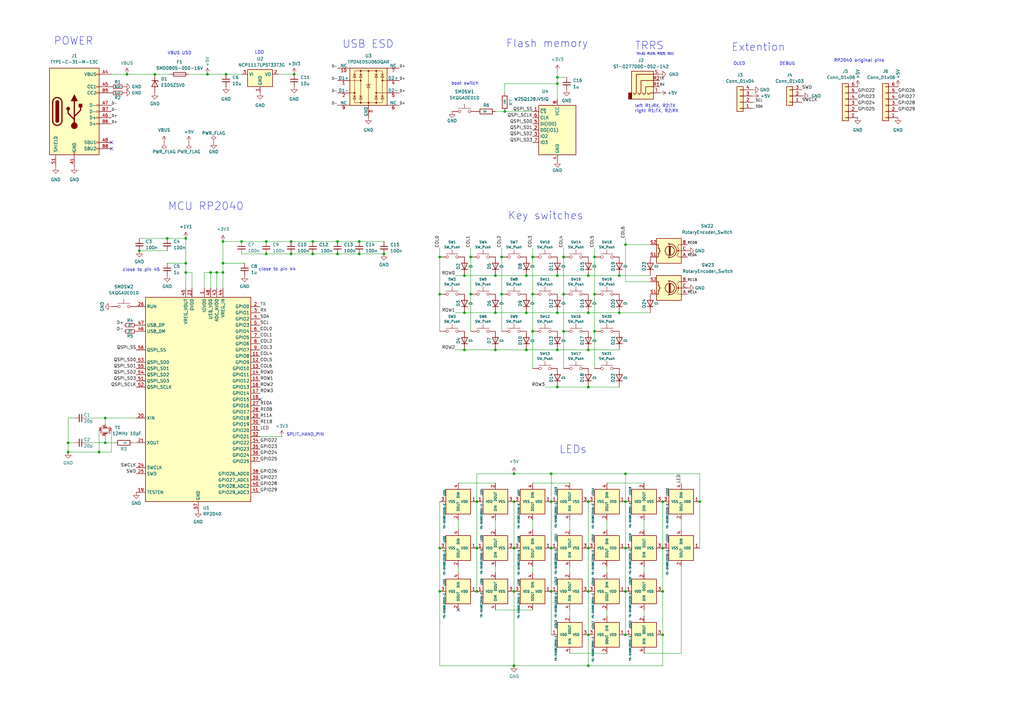
<source format=kicad_sch>
(kicad_sch (version 20230121) (generator eeschema)
  (paper "A3")
  (title_block (title "Corne") (date "2023-09-23") (rev "4.0.0") (company "foostan"))
  (junction (at 215.9 113.03))
  (junction (at 99.06 99.06))
  (junction (at 120.65 30.48))
  (junction (at 256.54 205.74))
  (junction (at 210.82 224.79))
  (junction (at 241.3 205.74))
  (junction (at 228.6 143.51))
  (junction (at 88.9 111.76))
  (junction (at 68.58 97.79))
  (junction (at 226.06 194.31))
  (junction (at 40.64 185.42))
  (junction (at 180.34 120.65))
  (junction (at 147.32 104.14))
  (junction (at 256.54 260.35))
  (junction (at 271.78 224.79))
  (junction (at 195.58 224.79))
  (junction (at 231.14 120.65))
  (junction (at 27.94 185.42))
  (junction (at 43.18 171.45))
  (junction (at 43.18 181.61))
  (junction (at 128.27 99.06))
  (junction (at 210.82 242.57))
  (junction (at 241.3 128.27))
  (junction (at 241.3 113.03))
  (junction (at 241.3 224.79))
  (junction (at 91.44 111.76))
  (junction (at 271.78 242.57))
  (junction (at 243.84 120.65))
  (junction (at 241.3 260.35))
  (junction (at 241.3 242.57))
  (junction (at 193.04 105.41))
  (junction (at 91.44 107.95))
  (junction (at 228.6 31.75))
  (junction (at 218.44 135.89))
  (junction (at 109.22 104.14))
  (junction (at 27.94 181.61))
  (junction (at 215.9 143.51))
  (junction (at 243.84 105.41))
  (junction (at 241.3 143.51))
  (junction (at 205.74 105.41))
  (junction (at 138.43 99.06))
  (junction (at 243.84 135.89))
  (junction (at 193.04 120.65))
  (junction (at 228.6 113.03))
  (junction (at 128.27 104.14))
  (junction (at 207.01 45.72))
  (junction (at 86.36 111.76))
  (junction (at 241.3 273.05))
  (junction (at 190.5 143.51))
  (junction (at 271.78 205.74))
  (junction (at 228.6 158.75))
  (junction (at 138.43 104.14))
  (junction (at 254 128.27))
  (junction (at 228.6 128.27))
  (junction (at 91.44 99.06))
  (junction (at 228.6 34.29))
  (junction (at 85.09 30.48))
  (junction (at 256.54 100.33))
  (junction (at 205.74 120.65))
  (junction (at 218.44 105.41))
  (junction (at 180.34 105.41))
  (junction (at 190.5 128.27))
  (junction (at 256.54 242.57))
  (junction (at 76.2 111.76))
  (junction (at 190.5 113.03))
  (junction (at 109.22 99.06))
  (junction (at 256.54 224.79))
  (junction (at 210.82 194.31))
  (junction (at 226.06 224.79))
  (junction (at 231.14 135.89))
  (junction (at 226.06 205.74))
  (junction (at 195.58 242.57))
  (junction (at 119.38 99.06))
  (junction (at 76.2 97.79))
  (junction (at 241.3 158.75))
  (junction (at 203.2 128.27))
  (junction (at 147.32 99.06))
  (junction (at 157.48 104.14))
  (junction (at 180.34 242.57))
  (junction (at 287.02 205.74))
  (junction (at 52.07 30.48))
  (junction (at 231.14 105.41))
  (junction (at 210.82 205.74))
  (junction (at 254 113.03))
  (junction (at 195.58 205.74))
  (junction (at 215.9 128.27))
  (junction (at 218.44 120.65))
  (junction (at 256.54 194.31))
  (junction (at 119.38 104.14))
  (junction (at 92.71 30.48))
  (junction (at 226.06 242.57))
  (junction (at 180.34 224.79))
  (junction (at 271.78 260.35))
  (junction (at 57.15 102.87))
  (junction (at 76.2 107.95))
  (junction (at 203.2 143.51))
  (junction (at 203.2 113.03))
  (junction (at 63.5 30.48))
  (junction (at 210.82 273.05))
  (no_connect (at 106.68 163.83))
  (no_connect (at 45.72 60.96))
  (no_connect (at 45.72 58.42))
  (no_connect (at 187.96 250.19))
  (wire (pts (xy 210.82 194.31) (xy 226.06 194.31)))
  (wire (pts (xy 233.68 234.95) (xy 233.68 232.41)))
  (wire (pts (xy 190.5 113.03) (xy 203.2 113.03)))
  (wire (pts (xy 241.3 128.27) (xy 254 128.27)))
  (wire (pts (xy 210.82 194.31) (xy 195.58 194.31)))
  (wire (pts (xy 76.2 118.11) (xy 76.2 111.76)))
  (wire (pts (xy 226.06 205.74) (xy 226.06 224.79)))
  (wire (pts (xy 119.38 99.06) (xy 128.27 99.06)))
  (wire (pts (xy 207.01 34.29) (xy 207.01 38.1)))
  (wire (pts (xy 203.2 250.19) (xy 218.44 250.19)))
  (wire (pts (xy 287.02 194.31) (xy 287.02 205.74)))
  (wire (pts (xy 193.04 120.65) (xy 193.04 135.89)))
  (wire (pts (xy 193.04 105.41) (xy 193.04 120.65)))
  (wire (pts (xy 248.92 198.12) (xy 264.16 198.12)))
  (wire (pts (xy 231.14 105.41) (xy 231.14 120.65)))
  (wire (pts (xy 63.5 30.48) (xy 69.85 30.48)))
  (wire (pts (xy 218.44 217.17) (xy 218.44 213.36)))
  (wire (pts (xy 99.06 99.06) (xy 109.22 99.06)))
  (wire (pts (xy 43.18 171.45) (xy 55.88 171.45)))
  (wire (pts (xy 241.3 158.75) (xy 254 158.75)))
  (wire (pts (xy 43.18 181.61) (xy 43.18 179.07)))
  (wire (pts (xy 119.38 104.14) (xy 128.27 104.14)))
  (wire (pts (xy 40.64 176.53) (xy 40.64 185.42)))
  (wire (pts (xy 241.3 242.57) (xy 241.3 260.35)))
  (wire (pts (xy 77.47 30.48) (xy 85.09 30.48)))
  (wire (pts (xy 45.72 185.42) (xy 40.64 185.42)))
  (wire (pts (xy 203.2 45.72) (xy 207.01 45.72)))
  (wire (pts (xy 45.72 176.53) (xy 45.72 185.42)))
  (wire (pts (xy 203.2 217.17) (xy 203.2 213.36)))
  (wire (pts (xy 203.2 143.51) (xy 215.9 143.51)))
  (wire (pts (xy 190.5 143.51) (xy 203.2 143.51)))
  (wire (pts (xy 248.92 232.41) (xy 248.92 234.95)))
  (wire (pts (xy 271.78 273.05) (xy 241.3 273.05)))
  (wire (pts (xy 86.36 111.76) (xy 86.36 118.11)))
  (wire (pts (xy 279.4 267.97) (xy 279.4 232.41)))
  (wire (pts (xy 210.82 224.79) (xy 210.82 242.57)))
  (wire (pts (xy 91.44 118.11) (xy 91.44 111.76)))
  (wire (pts (xy 256.54 194.31) (xy 256.54 205.74)))
  (wire (pts (xy 241.3 224.79) (xy 241.3 242.57)))
  (wire (pts (xy 228.6 31.75) (xy 228.6 34.29)))
  (wire (pts (xy 226.06 224.79) (xy 226.06 242.57)))
  (wire (pts (xy 91.44 99.06) (xy 91.44 107.95)))
  (wire (pts (xy 106.68 179.07) (xy 115.57 179.07)))
  (wire (pts (xy 186.69 113.03) (xy 190.5 113.03)))
  (wire (pts (xy 241.3 143.51) (xy 254 143.51)))
  (wire (pts (xy 203.2 128.27) (xy 215.9 128.27)))
  (wire (pts (xy 233.68 198.12) (xy 218.44 198.12)))
  (wire (pts (xy 30.48 171.45) (xy 27.94 171.45)))
  (wire (pts (xy 91.44 99.06) (xy 99.06 99.06)))
  (wire (pts (xy 287.02 205.74) (xy 287.02 224.79)))
  (wire (pts (xy 241.3 205.74) (xy 241.3 224.79)))
  (wire (pts (xy 54.61 181.61) (xy 55.88 181.61)))
  (wire (pts (xy 180.34 224.79) (xy 180.34 242.57)))
  (wire (pts (xy 256.54 194.31) (xy 287.02 194.31)))
  (wire (pts (xy 271.78 205.74) (xy 271.78 224.79)))
  (wire (pts (xy 233.68 217.17) (xy 233.68 213.36)))
  (wire (pts (xy 27.94 171.45) (xy 27.94 181.61)))
  (wire (pts (xy 180.34 101.6) (xy 180.34 105.41)))
  (wire (pts (xy 218.44 101.6) (xy 218.44 105.41)))
  (wire (pts (xy 88.9 111.76) (xy 88.9 118.11)))
  (wire (pts (xy 223.52 158.75) (xy 228.6 158.75)))
  (wire (pts (xy 68.58 97.79) (xy 76.2 97.79)))
  (wire (pts (xy 226.06 194.31) (xy 226.06 205.74)))
  (wire (pts (xy 68.58 107.95) (xy 76.2 107.95)))
  (wire (pts (xy 203.2 113.03) (xy 215.9 113.03)))
  (wire (pts (xy 228.6 113.03) (xy 241.3 113.03)))
  (wire (pts (xy 254 128.27) (xy 266.7 128.27)))
  (wire (pts (xy 92.71 30.48) (xy 99.06 30.48)))
  (wire (pts (xy 231.14 120.65) (xy 231.14 135.89)))
  (wire (pts (xy 254 113.03) (xy 266.7 113.03)))
  (wire (pts (xy 180.34 242.57) (xy 180.34 273.05)))
  (wire (pts (xy 114.3 30.48) (xy 120.65 30.48)))
  (wire (pts (xy 180.34 273.05) (xy 210.82 273.05)))
  (wire (pts (xy 180.34 205.74) (xy 180.34 224.79)))
  (wire (pts (xy 264.16 267.97) (xy 279.4 267.97)))
  (wire (pts (xy 45.72 30.48) (xy 52.07 30.48)))
  (wire (pts (xy 180.34 105.41) (xy 180.34 120.65)))
  (wire (pts (xy 264.16 250.19) (xy 264.16 252.73)))
  (wire (pts (xy 218.44 120.65) (xy 218.44 135.89)))
  (wire (pts (xy 205.74 105.41) (xy 205.74 120.65)))
  (wire (pts (xy 241.3 260.35) (xy 241.3 273.05)))
  (wire (pts (xy 228.6 29.21) (xy 228.6 31.75)))
  (wire (pts (xy 231.14 135.89) (xy 231.14 151.13)))
  (wire (pts (xy 207.01 45.72) (xy 218.44 45.72)))
  (wire (pts (xy 256.54 100.33) (xy 256.54 115.57)))
  (wire (pts (xy 226.06 242.57) (xy 226.06 260.35)))
  (wire (pts (xy 85.09 30.48) (xy 92.71 30.48)))
  (wire (pts (xy 256.54 242.57) (xy 256.54 260.35)))
  (wire (pts (xy 228.6 158.75) (xy 241.3 158.75)))
  (wire (pts (xy 256.54 205.74) (xy 256.54 224.79)))
  (wire (pts (xy 226.06 194.31) (xy 256.54 194.31)))
  (wire (pts (xy 109.22 99.06) (xy 119.38 99.06)))
  (wire (pts (xy 128.27 99.06) (xy 138.43 99.06)))
  (wire (pts (xy 218.44 105.41) (xy 218.44 120.65)))
  (wire (pts (xy 241.3 113.03) (xy 254 113.03)))
  (wire (pts (xy 248.92 250.19) (xy 248.92 252.73)))
  (wire (pts (xy 256.54 100.33) (xy 266.7 100.33)))
  (wire (pts (xy 248.92 213.36) (xy 248.92 217.17)))
  (wire (pts (xy 228.6 34.29) (xy 228.6 40.64)))
  (wire (pts (xy 190.5 128.27) (xy 203.2 128.27)))
  (wire (pts (xy 91.44 107.95) (xy 100.33 107.95)))
  (wire (pts (xy 195.58 194.31) (xy 195.58 205.74)))
  (wire (pts (xy 243.84 120.65) (xy 243.84 135.89)))
  (wire (pts (xy 76.2 107.95) (xy 76.2 111.76)))
  (wire (pts (xy 233.68 250.19) (xy 233.68 252.73)))
  (wire (pts (xy 256.54 97.79) (xy 256.54 100.33)))
  (wire (pts (xy 86.36 111.76) (xy 88.9 111.76)))
  (wire (pts (xy 243.84 135.89) (xy 243.84 151.13)))
  (wire (pts (xy 187.96 232.41) (xy 187.96 234.95)))
  (wire (pts (xy 83.82 111.76) (xy 86.36 111.76)))
  (wire (pts (xy 147.32 99.06) (xy 157.48 99.06)))
  (wire (pts (xy 52.07 30.48) (xy 63.5 30.48)))
  (wire (pts (xy 210.82 242.57) (xy 210.82 273.05)))
  (wire (pts (xy 271.78 260.35) (xy 271.78 273.05)))
  (wire (pts (xy 27.94 181.61) (xy 30.48 181.61)))
  (wire (pts (xy 128.27 104.14) (xy 138.43 104.14)))
  (wire (pts (xy 193.04 101.6) (xy 193.04 105.41)))
  (wire (pts (xy 205.74 120.65) (xy 205.74 135.89)))
  (wire (pts (xy 256.54 224.79) (xy 256.54 242.57)))
  (wire (pts (xy 228.6 31.75) (xy 232.41 31.75)))
  (wire (pts (xy 248.92 267.97) (xy 233.68 267.97)))
  (wire (pts (xy 27.94 181.61) (xy 27.94 185.42)))
  (wire (pts (xy 210.82 273.05) (xy 241.3 273.05)))
  (wire (pts (xy 138.43 104.14) (xy 147.32 104.14)))
  (wire (pts (xy 210.82 205.74) (xy 210.82 224.79)))
  (wire (pts (xy 203.2 234.95) (xy 203.2 232.41)))
  (wire (pts (xy 109.22 104.14) (xy 119.38 104.14)))
  (wire (pts (xy 83.82 111.76) (xy 83.82 118.11)))
  (wire (pts (xy 205.74 101.6) (xy 205.74 105.41)))
  (wire (pts (xy 271.78 242.57) (xy 271.78 260.35)))
  (wire (pts (xy 215.9 113.03) (xy 228.6 113.03)))
  (wire (pts (xy 99.06 104.14) (xy 109.22 104.14)))
  (wire (pts (xy 271.78 224.79) (xy 271.78 242.57)))
  (wire (pts (xy 218.44 232.41) (xy 218.44 234.95)))
  (wire (pts (xy 91.44 107.95) (xy 91.44 111.76)))
  (wire (pts (xy 78.74 118.11) (xy 78.74 111.76)))
  (wire (pts (xy 279.4 213.36) (xy 279.4 217.17)))
  (wire (pts (xy 195.58 224.79) (xy 195.58 242.57)))
  (wire (pts (xy 187.96 213.36) (xy 187.96 217.17)))
  (wire (pts (xy 35.56 171.45) (xy 43.18 171.45)))
  (wire (pts (xy 147.32 104.14) (xy 157.48 104.14)))
  (wire (pts (xy 264.16 232.41) (xy 264.16 234.95)))
  (wire (pts (xy 231.14 101.6) (xy 231.14 105.41)))
  (wire (pts (xy 186.69 143.51) (xy 190.5 143.51)))
  (wire (pts (xy 180.34 120.65) (xy 180.34 135.89)))
  (wire (pts (xy 35.56 181.61) (xy 43.18 181.61)))
  (wire (pts (xy 309.88 44.45) (xy 308.61 44.45)))
  (wire (pts (xy 228.6 143.51) (xy 241.3 143.51)))
  (wire (pts (xy 138.43 99.06) (xy 147.32 99.06)))
  (wire (pts (xy 203.2 198.12) (xy 187.96 198.12)))
  (wire (pts (xy 218.44 135.89) (xy 218.44 151.13)))
  (wire (pts (xy 78.74 111.76) (xy 76.2 111.76)))
  (wire (pts (xy 215.9 143.51) (xy 228.6 143.51)))
  (wire (pts (xy 256.54 115.57) (xy 266.7 115.57)))
  (wire (pts (xy 76.2 97.79) (xy 76.2 107.95)))
  (wire (pts (xy 186.69 128.27) (xy 190.5 128.27)))
  (wire (pts (xy 91.44 111.76) (xy 88.9 111.76)))
  (wire (pts (xy 27.94 185.42) (xy 40.64 185.42)))
  (wire (pts (xy 43.18 181.61) (xy 46.99 181.61)))
  (wire (pts (xy 264.16 213.36) (xy 264.16 217.17)))
  (wire (pts (xy 43.18 173.99) (xy 43.18 171.45)))
  (wire (pts (xy 309.88 41.91) (xy 308.61 41.91)))
  (wire (pts (xy 228.6 34.29) (xy 207.01 34.29)))
  (wire (pts (xy 215.9 128.27) (xy 228.6 128.27)))
  (wire (pts (xy 195.58 205.74) (xy 195.58 224.79)))
  (wire (pts (xy 228.6 128.27) (xy 241.3 128.27)))
  (wire (pts (xy 57.15 97.79) (xy 68.58 97.79)))
  (wire (pts (xy 243.84 101.6) (xy 243.84 105.41)))
  (wire (pts (xy 57.15 102.87) (xy 68.58 102.87)))
  (wire (pts (xy 243.84 105.41) (xy 243.84 120.65)))
  (text "TRRS" (at 260.35 20.701 0) (effects (font (size 3.175 3.175)) (justify left bottom)))
  (text "left R1:RX, R2:TX\nright R1:TX, R2:RX" (at 260.35 46.355 0) (effects (font (size 1.27 1.27)) (justify left bottom)))
  (text "POWER\n" (at 21.971 18.796 0) (effects (font (size 3.175 3.175)) (justify left bottom)))
  (text "close to pin 44" (at 106.045 111.252 0) (effects (font (size 1.27 1.27)) (justify left bottom)))
  (text "T(4,5), R1(3), R2(2), S(1)\n" (at 260.985 22.606 0) (effects (font (size 0.762 0.762)) (justify left bottom)))
  (text "LDO" (at 104.521 22.352 0) (effects (font (size 1.27 1.27)) (justify left bottom)))
  (text "USB ESD" (at 140.335 20.066 0) (effects (font (size 3.175 3.175)) (justify left bottom)))
  (text "boot switch" (at 185.039 35.052 0) (effects (font (size 1.27 1.27)) (justify left bottom)))
  (text "DEBUG" (at 319.659 26.924 0) (effects (font (size 1.27 1.27)) (justify left bottom)))
  (text "Key switches" (at 208.28 90.424 0) (effects (font (size 3.175 3.175)) (justify left bottom)))
  (text "SPLIT_HAND_PIN" (at 117.475 179.07 0) (effects (font (size 1.27 1.27)) (justify left bottom)))
  (text "Flash memory" (at 207.518 19.812 0) (effects (font (size 3.175 3.175)) (justify left bottom)))
  (text "close to pin 45" (at 50.292 111.506 0) (effects (font (size 1.27 1.27)) (justify left bottom)))
  (text "Extention" (at 299.974 21.336 0) (effects (font (size 3.175 3.175)) (justify left bottom)))
  (text "LEDs" (at 229.362 186.309 0) (effects (font (size 3.175 3.175)) (justify left bottom)))
  (text "MCU RP2040" (at 68.834 86.614 0) (effects (font (size 3.175 3.175)) (justify left bottom)))
  (text "VBUS USD" (at 68.707 22.606 0) (effects (font (size 1.27 1.27)) (justify left bottom)))
  (text "OLED" (at 300.736 26.924 0) (effects (font (size 1.27 1.27)) (justify left bottom)))
  (text "RP2040 original pins" (at 342.011 25.654 0) (effects (font (size 1.27 1.27)) (justify left bottom)))
  (label "SCL" (at 309.88 41.91 0) (effects (font (size 1 1))))
  (label "SDA" (at 309.88 44.45 0) (effects (font (size 1 1))))
  (label "RE0A" (at 106.68 166.37 0))
  (label "COL4" (at 106.68 146.05 0))
  (label "ROW2" (at 186.69 143.51 180))
  (label "ROW0" (at 186.69 113.03 180))
  (label "COL3" (at 106.68 143.51 0))
  (label "ROW3" (at 223.52 158.75 180))
  (label "GPIO28" (at 368.3 43.18 0))
  (label "D-" (at 50.8 135.89 180))
  (label "GPIO23" (at 351.79 40.64 0))
  (label "RE0B" (at 106.68 168.91 0))
  (label "RE1B" (at 281.94 115.57 0) (effects (font (size 1 1))))
  (label "GPIO28" (at 106.68 199.39 0))
  (label "QSPI_SD1" (at 218.44 53.34 180))
  (label "QSPI_SS" (at 55.88 143.51 180))
  (label "QSPI_SD3" (at 55.88 156.21 180))
  (label "QSPI_SD0" (at 55.88 148.59 180))
  (label "COL3" (at 218.44 101.6 90))
  (label "LED" (at 106.68 176.53 0))
  (label "D-" (at 138.43 33.02 180) (effects (font (size 1 1))))
  (label "COL2" (at 106.68 140.97 0))
  (label "QSPI_SD1" (at 55.88 151.13 180))
  (label "ROW0" (at 106.68 153.67 0))
  (label "TX" (at 270.51 33.02 0) (effects (font (size 1 1))))
  (label "D+" (at 45.72 50.8 0) (effects (font (size 1 1))))
  (label "GPIO27" (at 368.3 40.64 0))
  (label "D-" (at 138.43 27.94 180) (effects (font (size 1 1))))
  (label "TX" (at 106.68 125.73 0))
  (label "D-" (at 138.43 38.1 180) (effects (font (size 1 1))))
  (label "D+" (at 163.83 27.94 0) (effects (font (size 1 1))))
  (label "SDA" (at 106.68 130.81 0))
  (label "GPIO29" (at 106.68 201.93 0))
  (label "SWCLK" (at 55.88 191.77 180))
  (label "GPIO22" (at 351.79 38.1 0))
  (label "D-" (at 45.72 43.18 0) (effects (font (size 1 1))))
  (label "RX" (at 106.68 128.27 0))
  (label "ROW2" (at 106.68 158.75 0))
  (label "COL5" (at 243.84 101.6 90))
  (label "QSPI_SD2" (at 218.44 55.88 180))
  (label "GPIO24" (at 106.68 186.69 0))
  (label "COL6" (at 256.54 97.79 90))
  (label "D-" (at 45.72 45.72 0) (effects (font (size 1 1))))
  (label "SWD" (at 55.88 194.31 180))
  (label "COL5" (at 106.68 148.59 0))
  (label "D+" (at 50.8 133.35 180))
  (label "QSPI_SD0" (at 218.44 50.8 180))
  (label "RE0A" (at 281.94 105.41 0) (effects (font (size 1 1))))
  (label "RE1A" (at 281.94 120.65 0) (effects (font (size 1 1))))
  (label "GPIO25" (at 106.68 189.23 0))
  (label "GPIO29" (at 368.3 45.72 0))
  (label "ROW1" (at 106.68 156.21 0))
  (label "D+" (at 45.72 48.26 0) (effects (font (size 1 1))))
  (label "GPIO26" (at 106.68 194.31 0))
  (label "GPIO27" (at 106.68 196.85 0))
  (label "COL4" (at 231.14 101.6 90))
  (label "RE1A" (at 106.68 171.45 0))
  (label "ROW3" (at 106.68 161.29 0))
  (label "COL2" (at 205.74 101.6 90))
  (label "COL0" (at 180.34 101.6 90))
  (label "GPIO22" (at 106.68 181.61 0))
  (label "RE1B" (at 106.68 173.99 0))
  (label "GPIO26" (at 368.3 38.1 0))
  (label "D+" (at 163.83 33.02 0) (effects (font (size 1 1))))
  (label "QSPI_SD3" (at 218.44 58.42 180))
  (label "SWD" (at 328.93 36.83 0))
  (label "QSPI_SCLK" (at 55.88 158.75 180))
  (label "GPIO23" (at 106.68 184.15 0))
  (label "COL1" (at 106.68 138.43 0))
  (label "RX" (at 270.51 35.56 0) (effects (font (size 1 1))))
  (label "SCL" (at 106.68 133.35 0))
  (label "D+" (at 163.83 38.1 0) (effects (font (size 1 1))))
  (label "COL6" (at 106.68 151.13 0))
  (label "ROW1" (at 186.69 128.27 180))
  (label "LED" (at 279.4 198.12 90))
  (label "QSPI_SS" (at 218.44 45.72 180))
  (label "SWCLK" (at 328.93 41.91 0))
  (label "D+" (at 163.83 43.18 0) (effects (font (size 1 1))))
  (label "QSPI_SD2" (at 55.88 153.67 180))
  (label "RE0B" (at 281.94 100.33 0) (effects (font (size 1 1))))
  (label "GPIO24" (at 351.79 43.18 0))
  (label "COL0" (at 106.68 135.89 0))
  (label "COL1" (at 193.04 101.6 90))
  (label "QSPI_SCLK" (at 218.44 48.26 180))
  (label "GPIO25" (at 351.79 45.72 0))
  (label "D-" (at 138.43 43.18 180) (effects (font (size 1 1))))
  (symbol (lib_id "Device:D") (at 203.2 109.22 90) (unit 1)
    (property "Reference" "D5" (at 200.66 109.22 0))
    (property "Value" "D" (at 205.74 109.22 0))
    (property "Footprint" "kbd:D3_SMD_v2" (effects hide))
    (property "Sim.Device" "D" (effects hide))
    (property "Sim.Pins" "1=K 2=A" (effects hide))
  )
  (symbol (lib_id "Device:D") (at 215.9 109.22 90) (unit 1)
    (property "Reference" "D8" (at 213.36 109.22 0))
    (property "Value" "D" (at 218.44 109.22 0))
    (property "Footprint" "kbd:D3_SMD_v2" (effects hide))
    (property "Sim.Device" "D" (effects hide))
    (property "Sim.Pins" "1=K 2=A" (effects hide))
  )
  (symbol (lib_id "Device:D") (at 228.6 109.22 90) (unit 1)
    (property "Reference" "D11" (at 226.06 109.22 0))
    (property "Value" "D" (at 231.14 109.22 0))
    (property "Footprint" "kbd:D3_SMD_v2" (effects hide))
    (property "Sim.Device" "D" (effects hide))
    (property "Sim.Pins" "1=K 2=A" (effects hide))
  )
  (symbol (lib_id "Device:D") (at 241.3 109.22 90) (unit 1)
    (property "Reference" "D15" (at 238.76 109.22 0))
    (property "Value" "D" (at 243.84 109.22 0))
    (property "Footprint" "kbd:D3_SMD_v2" (effects hide))
    (property "Sim.Device" "D" (effects hide))
    (property "Sim.Pins" "1=K 2=A" (effects hide))
  )
  (symbol (lib_id "Device:D") (at 254 109.22 90) (unit 1)
    (property "Reference" "D19" (at 251.46 109.22 0))
    (property "Value" "D" (at 256.54 109.22 0))
    (property "Footprint" "kbd:D3_SMD_v2" (effects hide))
    (property "Sim.Device" "D" (effects hide))
    (property "Sim.Pins" "1=K 2=A" (effects hide))
  )
  (symbol (lib_id "Device:D") (at 190.5 109.22 90) (unit 1)
    (property "Reference" "D2" (at 187.96 109.22 0))
    (property "Value" "D" (at 193.04 109.22 0))
    (property "Footprint" "kbd:D3_SMD_v2" (effects hide))
    (property "Sim.Device" "D" (effects hide))
    (property "Sim.Pins" "1=K 2=A" (effects hide))
  )
  (symbol (lib_id "Device:D") (at 203.2 124.46 90) (unit 1)
    (property "Reference" "D6" (at 200.66 124.46 0))
    (property "Value" "D" (at 205.74 124.46 0))
    (property "Footprint" "kbd:D3_SMD_v2" (effects hide))
    (property "Sim.Device" "D" (effects hide))
    (property "Sim.Pins" "1=K 2=A" (effects hide))
  )
  (symbol (lib_id "Device:D") (at 215.9 124.46 90) (unit 1)
    (property "Reference" "D9" (at 213.36 124.46 0))
    (property "Value" "D" (at 218.44 124.46 0))
    (property "Footprint" "kbd:D3_SMD_v2" (effects hide))
    (property "Sim.Device" "D" (effects hide))
    (property "Sim.Pins" "1=K 2=A" (effects hide))
  )
  (symbol (lib_id "Device:D") (at 228.6 124.46 90) (unit 1)
    (property "Reference" "D12" (at 226.06 124.46 0))
    (property "Value" "D" (at 231.14 124.46 0))
    (property "Footprint" "kbd:D3_SMD_v2" (effects hide))
    (property "Sim.Device" "D" (effects hide))
    (property "Sim.Pins" "1=K 2=A" (effects hide))
  )
  (symbol (lib_id "Device:D") (at 241.3 124.46 90) (unit 1)
    (property "Reference" "D16" (at 238.76 124.46 0))
    (property "Value" "D" (at 243.84 124.46 0))
    (property "Footprint" "kbd:D3_SMD_v2" (effects hide))
    (property "Sim.Device" "D" (effects hide))
    (property "Sim.Pins" "1=K 2=A" (effects hide))
  )
  (symbol (lib_id "Device:D") (at 254 124.46 90) (unit 1)
    (property "Reference" "D20" (at 251.46 124.46 0))
    (property "Value" "D" (at 256.54 124.46 0))
    (property "Footprint" "kbd:D3_SMD_v2" (effects hide))
    (property "Sim.Device" "D" (effects hide))
    (property "Sim.Pins" "1=K 2=A" (effects hide))
  )
  (symbol (lib_id "Device:D") (at 190.5 124.46 90) (unit 1)
    (property "Reference" "D3" (at 187.96 124.46 0))
    (property "Value" "D" (at 193.04 124.46 0))
    (property "Footprint" "kbd:D3_SMD_v2" (effects hide))
    (property "Sim.Device" "D" (effects hide))
    (property "Sim.Pins" "1=K 2=A" (effects hide))
  )
  (symbol (lib_id "Device:D") (at 203.2 139.7 90) (unit 1)
    (property "Reference" "D7" (at 200.66 139.7 0))
    (property "Value" "D" (at 205.74 139.7 0))
    (property "Footprint" "kbd:D3_SMD_v2" (effects hide))
    (property "Sim.Device" "D" (effects hide))
    (property "Sim.Pins" "1=K 2=A" (effects hide))
  )
  (symbol (lib_id "Device:D") (at 215.9 139.7 90) (unit 1)
    (property "Reference" "D10" (at 213.36 139.7 0))
    (property "Value" "D" (at 218.44 139.7 0))
    (property "Footprint" "kbd:D3_SMD_v2" (effects hide))
    (property "Sim.Device" "D" (effects hide))
    (property "Sim.Pins" "1=K 2=A" (effects hide))
  )
  (symbol (lib_id "Device:D") (at 228.6 139.7 90) (unit 1)
    (property "Reference" "D13" (at 226.06 139.7 0))
    (property "Value" "D" (at 231.14 139.7 0))
    (property "Footprint" "kbd:D3_SMD_v2" (effects hide))
    (property "Sim.Device" "D" (effects hide))
    (property "Sim.Pins" "1=K 2=A" (effects hide))
  )
  (symbol (lib_id "Device:D") (at 241.3 139.7 90) (unit 1)
    (property "Reference" "D17" (at 238.76 139.7 0))
    (property "Value" "D" (at 243.84 139.7 0))
    (property "Footprint" "kbd:D3_SMD_v2" (effects hide))
    (property "Sim.Device" "D" (effects hide))
    (property "Sim.Pins" "1=K 2=A" (effects hide))
  )
  (symbol (lib_id "Device:D") (at 254 139.7 90) (unit 1)
    (property "Reference" "D21" (at 251.46 139.7 0))
    (property "Value" "D" (at 256.54 139.7 0))
    (property "Footprint" "kbd:D3_SMD_v2" (effects hide))
    (property "Sim.Device" "D" (effects hide))
    (property "Sim.Pins" "1=K 2=A" (effects hide))
  )
  (symbol (lib_id "Device:D") (at 190.5 139.7 90) (unit 1)
    (property "Reference" "D4" (at 187.96 139.7 0))
    (property "Value" "D" (at 193.04 139.7 0))
    (property "Footprint" "kbd:D3_SMD_v2" (effects hide))
    (property "Sim.Device" "D" (effects hide))
    (property "Sim.Pins" "1=K 2=A" (effects hide))
  )
  (symbol (lib_id "Device:D") (at 241.3 154.94 90) (unit 1)
    (property "Reference" "D18" (at 238.76 154.94 0))
    (property "Value" "D" (at 243.84 154.94 0))
    (property "Footprint" "kbd:D3_SMD_v2" (effects hide))
    (property "Sim.Device" "D" (effects hide))
    (property "Sim.Pins" "1=K 2=A" (effects hide))
  )
  (symbol (lib_id "Device:D") (at 254 154.94 90) (unit 1)
    (property "Reference" "D22" (at 251.46 154.94 0))
    (property "Value" "D" (at 256.54 154.94 0))
    (property "Footprint" "kbd:D3_SMD_v2" (effects hide))
    (property "Sim.Device" "D" (effects hide))
    (property "Sim.Pins" "1=K 2=A" (effects hide))
  )
  (symbol (lib_id "Device:D") (at 228.6 154.94 90) (unit 1)
    (property "Reference" "D14" (at 226.06 154.94 0))
    (property "Value" "D" (at 231.14 154.94 0))
    (property "Footprint" "kbd:D3_SMD_v2" (effects hide))
    (property "Sim.Device" "D" (effects hide))
    (property "Sim.Pins" "1=K 2=A" (effects hide))
  )
  (symbol (lib_id "power:GND") (at 87.63 58.42 0) (unit 1)
    (property "Reference" "#PWR017" (effects hide))
    (property "Value" "GND" (at 87.63 62.23 0))
  )
  (symbol (lib_id "power:PWR_FLAG") (at 87.63 58.42 0) (unit 1)
    (property "Reference" "#FLG03" (effects hide))
    (property "Value" "PWR_FLAG" (at 87.63 54.61 0))
  )
  (symbol (lib_id "power:GND") (at 45.72 125.73 270) (unit 1)
    (property "Reference" "#PWR04" (effects hide))
    (property "Value" "GND" (at 41.91 125.73 0))
  )
  (symbol (lib_id "Connector_Generic:Conn_01x04") (at 303.53 41.91 180) (unit 1)
    (property "Reference" "J3" (at 303.53 30.734 0))
    (property "Value" "Conn_01x04" (at 303.53 33.274 0))
    (property "Footprint" "kbd:OLED_1side" (effects hide))
  )
  (symbol (lib_id "power:GND") (at 308.61 36.83 90) (unit 1)
    (property "Reference" "#PWR037" (effects hide))
    (property "Value" "GND" (at 313.69 36.83 90))
  )
  (symbol (lib_id "kbd_local:YS-SK6812MINI-E") (at 187.96 205.74 270) (unit 1)
    (property "Reference" "LED1" (at 182.245 200.66 0) (effects (font (size 0.7366 0.7366)) (justify left)))
    (property "Value" "YS-SK6812MINI-E" (at 182.245 206.375 0) (effects (font (size 0.7366 0.7366)) (justify left)))
    (property "Footprint" "kbd:YS-SK6812MINI-E" (effects hide))
  )
  (symbol (lib_id "kbd_local:YS-SK6812MINI-E") (at 203.2 205.74 90) (unit 1)
    (property "Reference" "LED4" (at 197.485 203.2 0) (effects (font (size 0.7366 0.7366)) (justify left)))
    (property "Value" "YS-SK6812MINI-E" (at 197.485 217.17 0) (effects (font (size 0.7366 0.7366)) (justify left)))
    (property "Footprint" "kbd:YS-SK6812MINI-E" (effects hide))
  )
  (symbol (lib_id "kbd_local:YS-SK6812MINI-E") (at 218.44 205.74 270) (unit 1)
    (property "Reference" "LED7" (at 212.725 200.66 0) (effects (font (size 0.7366 0.7366)) (justify left)))
    (property "Value" "YS-SK6812MINI-E" (at 212.725 206.375 0) (effects (font (size 0.7366 0.7366)) (justify left)))
    (property "Footprint" "kbd:YS-SK6812MINI-E" (effects hide))
  )
  (symbol (lib_id "kbd_local:YS-SK6812MINI-E") (at 233.68 205.74 90) (unit 1)
    (property "Reference" "LED10" (at 227.965 203.2 0) (effects (font (size 0.7366 0.7366)) (justify left)))
    (property "Value" "YS-SK6812MINI-E" (at 227.965 216.535 0) (effects (font (size 0.7366 0.7366)) (justify left)))
    (property "Footprint" "kbd:YS-SK6812MINI-E" (effects hide))
  )
  (symbol (lib_id "kbd_local:YS-SK6812MINI-E") (at 248.92 205.74 270) (unit 1)
    (property "Reference" "LED14" (at 243.205 200.025 0) (effects (font (size 0.7366 0.7366)) (justify left)))
    (property "Value" "YS-SK6812MINI-E" (at 243.205 206.375 0) (effects (font (size 0.7366 0.7366)) (justify left)))
    (property "Footprint" "kbd:YS-SK6812MINI-E" (effects hide))
  )
  (symbol (lib_id "kbd_local:YS-SK6812MINI-E") (at 264.16 205.74 90) (unit 1)
    (property "Reference" "LED18" (at 258.445 203.2 0) (effects (font (size 0.7366 0.7366)) (justify left)))
    (property "Value" "YS-SK6812MINI-E" (at 258.445 216.535 0) (effects (font (size 0.7366 0.7366)) (justify left)))
    (property "Footprint" "kbd:YS-SK6812MINI-E" (effects hide))
  )
  (symbol (lib_id "kbd_local:YS-SK6812MINI-E") (at 187.96 224.79 270) (unit 1)
    (property "Reference" "LED2" (at 182.245 219.71 0) (effects (font (size 0.7366 0.7366)) (justify left)))
    (property "Value" "YS-SK6812MINI-E" (at 182.245 225.425 0) (effects (font (size 0.7366 0.7366)) (justify left)))
    (property "Footprint" "kbd:YS-SK6812MINI-E" (effects hide))
  )
  (symbol (lib_id "kbd_local:YS-SK6812MINI-E") (at 203.2 224.79 90) (unit 1)
    (property "Reference" "LED5" (at 197.485 222.25 0) (effects (font (size 0.7366 0.7366)) (justify left)))
    (property "Value" "YS-SK6812MINI-E" (at 197.485 235.585 0) (effects (font (size 0.7366 0.7366)) (justify left)))
    (property "Footprint" "kbd:YS-SK6812MINI-E" (effects hide))
  )
  (symbol (lib_id "kbd_local:YS-SK6812MINI-E") (at 218.44 224.79 270) (unit 1)
    (property "Reference" "LED8" (at 212.725 219.71 0) (effects (font (size 0.7366 0.7366)) (justify left)))
    (property "Value" "YS-SK6812MINI-E" (at 212.725 225.425 0) (effects (font (size 0.7366 0.7366)) (justify left)))
    (property "Footprint" "kbd:YS-SK6812MINI-E" (effects hide))
  )
  (symbol (lib_id "kbd_local:YS-SK6812MINI-E") (at 233.68 224.79 90) (unit 1)
    (property "Reference" "LED11" (at 227.965 222.25 0) (effects (font (size 0.7366 0.7366)) (justify left)))
    (property "Value" "YS-SK6812MINI-E" (at 227.965 235.585 0) (effects (font (size 0.7366 0.7366)) (justify left)))
    (property "Footprint" "kbd:YS-SK6812MINI-E" (effects hide))
  )
  (symbol (lib_id "kbd_local:YS-SK6812MINI-E") (at 248.92 224.79 270) (unit 1)
    (property "Reference" "LED15" (at 243.205 219.075 0) (effects (font (size 0.7366 0.7366)) (justify left)))
    (property "Value" "YS-SK6812MINI-E" (at 243.205 225.425 0) (effects (font (size 0.7366 0.7366)) (justify left)))
    (property "Footprint" "kbd:YS-SK6812MINI-E" (effects hide))
  )
  (symbol (lib_id "kbd_local:YS-SK6812MINI-E") (at 264.16 224.79 90) (unit 1)
    (property "Reference" "LED19" (at 258.445 222.25 0) (effects (font (size 0.7366 0.7366)) (justify left)))
    (property "Value" "YS-SK6812MINI-E" (at 258.445 235.585 0) (effects (font (size 0.7366 0.7366)) (justify left)))
    (property "Footprint" "kbd:YS-SK6812MINI-E" (effects hide))
  )
  (symbol (lib_id "kbd_local:YS-SK6812MINI-E") (at 187.96 242.57 270) (unit 1)
    (property "Reference" "LED3" (at 182.245 237.49 0) (effects (font (size 0.7366 0.7366)) (justify left)))
    (property "Value" "YS-SK6812MINI-E" (at 182.245 243.205 0) (effects (font (size 0.7366 0.7366)) (justify left)))
    (property "Footprint" "kbd:YS-SK6812MINI-E" (effects hide))
  )
  (symbol (lib_id "kbd_local:YS-SK6812MINI-E") (at 203.2 242.57 90) (unit 1)
    (property "Reference" "LED6" (at 197.485 240.03 0) (effects (font (size 0.7366 0.7366)) (justify left)))
    (property "Value" "YS-SK6812MINI-E" (at 197.485 253.365 0) (effects (font (size 0.7366 0.7366)) (justify left)))
    (property "Footprint" "kbd:YS-SK6812MINI-E" (effects hide))
  )
  (symbol (lib_id "kbd_local:YS-SK6812MINI-E") (at 218.44 242.57 270) (unit 1)
    (property "Reference" "LED9" (at 212.725 237.49 0) (effects (font (size 0.7366 0.7366)) (justify left)))
    (property "Value" "YS-SK6812MINI-E" (at 212.725 243.205 0) (effects (font (size 0.7366 0.7366)) (justify left)))
    (property "Footprint" "kbd:YS-SK6812MINI-E" (effects hide))
  )
  (symbol (lib_id "kbd_local:YS-SK6812MINI-E") (at 233.68 242.57 90) (unit 1)
    (property "Reference" "LED12" (at 227.965 240.03 0) (effects (font (size 0.7366 0.7366)) (justify left)))
    (property "Value" "YS-SK6812MINI-E" (at 227.965 253.365 0) (effects (font (size 0.7366 0.7366)) (justify left)))
    (property "Footprint" "kbd:YS-SK6812MINI-E" (effects hide))
  )
  (symbol (lib_id "kbd_local:YS-SK6812MINI-E") (at 248.92 242.57 270) (unit 1)
    (property "Reference" "LED16" (at 243.205 236.855 0) (effects (font (size 0.7366 0.7366)) (justify left)))
    (property "Value" "YS-SK6812MINI-E" (at 243.205 243.205 0) (effects (font (size 0.7366 0.7366)) (justify left)))
    (property "Footprint" "kbd:YS-SK6812MINI-E" (effects hide))
  )
  (symbol (lib_id "kbd_local:YS-SK6812MINI-E") (at 264.16 242.57 90) (unit 1)
    (property "Reference" "LED20" (at 258.445 240.03 0) (effects (font (size 0.7366 0.7366)) (justify left)))
    (property "Value" "YS-SK6812MINI-E" (at 258.445 253.365 0) (effects (font (size 0.7366 0.7366)) (justify left)))
    (property "Footprint" "kbd:YS-SK6812MINI-E" (effects hide))
  )
  (symbol (lib_id "kbd_local:YS-SK6812MINI-E") (at 233.68 260.35 90) (unit 1)
    (property "Reference" "LED13" (at 227.965 257.81 0) (effects (font (size 0.7366 0.7366)) (justify left)))
    (property "Value" "YS-SK6812MINI-E" (at 227.965 271.145 0) (effects (font (size 0.7366 0.7366)) (justify left)))
    (property "Footprint" "kbd:YS-SK6812MINI-E" (effects hide))
  )
  (symbol (lib_id "kbd_local:YS-SK6812MINI-E") (at 248.92 260.35 270) (unit 1)
    (property "Reference" "LED17" (at 243.205 254.635 0) (effects (font (size 0.7366 0.7366)) (justify left)))
    (property "Value" "YS-SK6812MINI-E" (at 243.205 260.985 0) (effects (font (size 0.7366 0.7366)) (justify left)))
    (property "Footprint" "kbd:YS-SK6812MINI-E" (effects hide))
  )
  (symbol (lib_id "kbd_local:YS-SK6812MINI-E") (at 264.16 260.35 90) (unit 1)
    (property "Reference" "LED21" (at 258.445 257.81 0) (effects (font (size 0.7366 0.7366)) (justify left)))
    (property "Value" "YS-SK6812MINI-E" (at 258.445 271.145 0) (effects (font (size 0.7366 0.7366)) (justify left)))
    (property "Footprint" "kbd:YS-SK6812MINI-E" (effects hide))
  )
  (symbol (lib_id "power:GND") (at 210.82 273.05 0) (unit 1)
    (property "Reference" "#PWR029" (effects hide))
    (property "Value" "GND" (at 210.947 277.4442 0))
  )
  (symbol (lib_id "Device:Crystal_GND24_Small") (at 43.18 176.53 270) (unit 1)
    (property "Reference" "Y1" (at 48.26 175.26 90))
    (property "Value" "12MHz 10pF" (at 52.07 177.8 90))
    (property "Footprint" "Crystal:Crystal_SMD_2520-4Pin_2.5x2.0mm" (effects hide))
    (property "Description" "12MHz 10pF ±10ppm SMD2520-4P Crystals ROHS" (effects hide))
    (property "MFR.Part #" "Q24FA20H0068700" (effects hide))
    (property "JLCPCB Part #" "C90603" (effects hide))
  )
  (symbol (lib_id "Device:R_Small") (at 53.34 135.89 270) (unit 1)
    (property "Reference" "R5" (at 53.34 137.795 90))
    (property "Value" "27" (at 53.34 135.89 90) (effects (font (size 0.762 0.762))))
  )
  (symbol (lib_id "Device:C_Small") (at 68.58 100.33 0) (unit 1)
    (property "Reference" "C4" (at 71.12 99.06 0) (effects (justify left)))
    (property "Value" "100n" (at 71.12 101.6 0) (effects (justify left)))
  )
  (symbol (lib_id "Device:C_Small") (at 128.27 101.6 0) (unit 1)
    (property "Reference" "C12" (at 130.81 100.33 0) (effects (justify left)))
    (property "Value" "100n" (at 131.445 102.87 0) (effects (justify left)))
  )
  (symbol (lib_id "Device:RotaryEncoder_Switch") (at 274.32 102.87 180) (unit 1)
    (property "Reference" "SW22" (at 290.068 92.71 0))
    (property "Value" "RotaryEncoder_Switch" (at 290.068 95.25 0))
  )
  (symbol (lib_id "Device:C_Small") (at 120.65 33.02 0) (unit 1)
    (property "Reference" "C11" (at 123.19 31.75 0) (effects (justify left)))
    (property "Value" "10u" (at 123.19 34.29 0) (effects (justify left)))
  )
  (symbol (lib_id "Power_Protection:TPD4EUSB30") (at 151.13 35.56 0) (unit 1)
    (property "Reference" "U3" (at 151.13 22.86 0))
    (property "Value" "TPD4E05U06DQAR" (at 151.13 25.4 0))
    (property "Footprint" "Package_SON:USON-10_2.5x1.0mm_P0.5mm" (effects hide))
    (property "Datasheet" "http://www.ti.com/lit/ds/symlink/tpd2eusb30a.pdf" (effects hide))
    (property "JLCPCB Part #" "C138714" (effects hide))
  )
  (symbol (lib_id "Device:C_Small") (at 232.41 34.29 0) (unit 1)
    (property "Reference" "C16" (at 234.95 33.02 0) (effects (justify left)))
    (property "Value" "1u" (at 234.95 35.56 0) (effects (justify left)))
  )
  (symbol (lib_id "power:+3V3") (at 120.65 30.48 0) (unit 1)
    (property "Reference" "#PWR023" (effects hide))
    (property "Value" "+3V3" (at 120.65 26.162 0))
  )
  (symbol (lib_id "Switch:SW_Push") (at 210.82 105.41 0) (unit 1)
    (property "Reference" "SW7" (at 210.82 99.314 0) (effects (font (size 1 1))))
    (property "Value" "SW_Push" (at 210.82 101.346 0) (effects (font (size 1 1))))
    (property "Footprint" "kbd:keyswitch_cherrymx_hotswap_1u" (effects hide))
  )
  (symbol (lib_id "Device:C_Small") (at 100.33 110.49 0) (unit 1)
    (property "Reference" "C8" (at 102.87 109.22 0) (effects (justify left)))
    (property "Value" "1u" (at 102.87 111.76 0) (effects (justify left)))
  )
  (symbol (lib_id "Switch:SW_Push") (at 198.12 105.41 0) (unit 1)
    (property "Reference" "SW4" (at 198.12 99.314 0) (effects (font (size 1 1))))
    (property "Value" "SW_Push" (at 198.12 101.346 0) (effects (font (size 1 1))))
    (property "Footprint" "kbd:keyswitch_cherrymx_hotswap_1u" (effects hide))
  )
  (symbol (lib_id "Connector_Generic:Conn_01x06") (at 363.22 43.18 180) (unit 1)
    (property "Reference" "J6" (at 363.22 29.21 0))
    (property "Value" "Conn_01x06" (at 361.442 31.75 0))
  )
  (symbol (lib_id "power:GND") (at 81.28 209.55 0) (unit 1)
    (property "Reference" "#PWR015" (effects hide))
    (property "Value" "GND" (at 81.28 213.995 0))
  )
  (symbol (lib_id "Switch:SW_Push") (at 248.92 151.13 0) (unit 1)
    (property "Reference" "SW21" (at 248.92 145.034 0) (effects (font (size 1 1))))
    (property "Value" "SW_Push" (at 248.92 147.066 0) (effects (font (size 1 1))))
    (property "Footprint" "kbd:keyswitch_cherrymx_hotswap_1u" (effects hide))
  )
  (symbol (lib_id "power:+5V") (at 368.3 35.56 0) (unit 1)
    (property "Reference" "#PWR042" (effects hide))
    (property "Value" "+5V" (at 368.3 32.385 90) (effects (justify left)))
  )
  (symbol (lib_id "power:GND") (at 106.68 38.1 0) (unit 1)
    (property "Reference" "#PWR021" (effects hide))
    (property "Value" "GND" (at 106.68 43.18 0))
  )
  (symbol (lib_id "Switch:SW_Push") (at 223.52 135.89 0) (unit 1)
    (property "Reference" "SW12" (at 223.52 129.794 0) (effects (font (size 1 1))))
    (property "Value" "SW_Push" (at 223.52 131.826 0) (effects (font (size 1 1))))
    (property "Footprint" "kbd:keyswitch_cherrymx_hotswap_1u" (effects hide))
  )
  (symbol (lib_id "power:+5V") (at 351.79 35.56 0) (unit 1)
    (property "Reference" "#PWR040" (effects hide))
    (property "Value" "+5V" (at 351.79 32.385 90) (effects (justify left)))
  )
  (symbol (lib_id "power:GND") (at 151.13 48.26 0) (unit 1)
    (property "Reference" "#PWR025" (effects hide))
    (property "Value" "GND" (at 151.13 53.34 0))
  )
  (symbol (lib_id "Device:D") (at 266.7 124.46 90) (unit 1)
    (property "Reference" "D24" (at 264.16 124.46 0))
    (property "Value" "D" (at 269.24 124.46 0))
    (property "Footprint" "kbd:D3_SMD_v2" (effects hide))
    (property "Sim.Device" "D" (effects hide))
    (property "Sim.Pins" "1=K 2=A" (effects hide))
  )
  (symbol (lib_id "power:+5V") (at 77.47 58.42 0) (unit 1)
    (property "Reference" "#PWR014" (effects hide))
    (property "Value" "+5V" (at 77.47 54.102 0))
  )
  (symbol (lib_id "Device:C_Small") (at 119.38 101.6 0) (unit 1)
    (property "Reference" "C10" (at 121.92 100.33 0) (effects (justify left)))
    (property "Value" "100n" (at 121.92 102.87 0) (effects (justify left)))
  )
  (symbol (lib_id "Memory_Flash:W25Q128JVS") (at 228.6 53.34 0) (unit 1)
    (property "Reference" "U4" (at 222.25 37.465 0) (effects (justify left)))
    (property "Value" "W25Q128JVSIQ" (at 210.82 40.64 0) (effects (justify left)))
    (property "Footprint" "Package_SON:WSON-8-1EP_6x5mm_P1.27mm_EP3.4x4.3mm" (effects hide))
    (property "Datasheet" "http://www.winbond.com/resource-files/w25q128jv_dtr%20revc%2003272018%20plus.pdf" (effects hide))
    (property "JLCPCB Part #" "C113767" (effects hide))
  )
  (symbol (lib_id "MCU_RaspberryPi:RP2040") (at 81.28 163.83 0) (unit 1)
    (property "Reference" "U1" (at 83.2359 208.28 0) (effects (justify left)))
    (property "Value" "RP2040" (at 83.2359 210.82 0) (effects (justify left)))
    (property "Footprint" "Package_DFN_QFN:QFN-56-1EP_7x7mm_P0.4mm_EP3.2x3.2mm" (effects hide))
    (property "Datasheet" "https://datasheets.raspberrypi.com/rp2040/rp2040-datasheet.pdf" (effects hide))
    (property "JLCPCB Part #" "C2040" (effects hide))
  )
  (symbol (lib_id "power:GND") (at 57.15 102.87 0) (unit 1)
    (property "Reference" "#PWR09" (effects hide))
    (property "Value" "GND" (at 57.15 107.315 0))
  )
  (symbol (lib_id "Device:C_Small") (at 68.58 110.49 0) (unit 1)
    (property "Reference" "C5" (at 71.12 109.22 0) (effects (justify left)))
    (property "Value" "1u" (at 71.12 111.76 0) (effects (justify left)))
  )
  (symbol (lib_id "Diode:ESD5Zxx") (at 63.5 34.29 270) (unit 1)
    (property "Reference" "D1" (at 66.04 32.385 90) (effects (justify left)))
    (property "Value" "ESD5Z5V0" (at 66.04 34.925 90) (effects (justify left)))
    (property "Footprint" "Diode_SMD:D_SOD-523" (effects hide))
    (property "Datasheet" "https://www.onsemi.com/pdf/datasheet/esd5z2.5t1-d.pdf" (effects hide))
  )
  (symbol (lib_id "kbd_local:YS-SK6812MINI-E") (at 279.4 205.74 270) (unit 1)
    (property "Reference" "LED22" (at 273.685 200.025 0) (effects (font (size 0.7366 0.7366)) (justify left)))
    (property "Value" "YS-SK6812MINI-E" (at 273.685 206.375 0) (effects (font (size 0.7366 0.7366)) (justify left)))
    (property "Footprint" "kbd:YS-SK6812MINI-E" (effects hide))
  )
  (symbol (lib_id "Connector:USB_C_Receptacle_USB2.0") (at 30.48 45.72 0) (unit 1)
    (property "Reference" "J1" (at 30.48 22.86 0))
    (property "Value" "TYPE-C-31-M-13C" (at 30.48 25.4 0))
    (property "Datasheet" "https://www.usb.org/sites/default/files/documents/usb_type-c.zip" (effects hide))
    (property "JLCPCB Part #" "C2848620" (effects hide))
  )
  (symbol (lib_id "power:GND") (at 50.8 38.1 90) (unit 1)
    (property "Reference" "#PWR06" (effects hide))
    (property "Value" "GND" (at 53.975 38.1 90) (effects (justify right)))
  )
  (symbol (lib_id "Switch:SW_Push") (at 223.52 151.13 0) (unit 1)
    (property "Reference" "SW13" (at 223.52 145.034 0) (effects (font (size 1 1))))
    (property "Value" "SW_Push" (at 223.52 147.066 0) (effects (font (size 1 1))))
    (property "Footprint" "kbd:keyswitch_cherrymx_hotswap_1u" (effects hide))
  )
  (symbol (lib_id "Device:C_Small") (at 33.02 171.45 270) (unit 1)
    (property "Reference" "C1" (at 34.29 170.18 90) (effects (justify left)))
    (property "Value" "20p" (at 34.29 172.72 90) (effects (justify left)))
  )
  (symbol (lib_id "Device:C_Small") (at 109.22 101.6 0) (unit 1)
    (property "Reference" "C9" (at 111.76 100.33 0) (effects (justify left)))
    (property "Value" "100n" (at 111.76 102.87 0) (effects (justify left)))
  )
  (symbol (lib_id "Device:C_Small") (at 147.32 101.6 0) (unit 1)
    (property "Reference" "C14" (at 149.86 100.33 0) (effects (justify left)))
    (property "Value" "100n" (at 149.86 102.87 0) (effects (justify left)))
  )
  (symbol (lib_id "Switch:SW_Push") (at 198.12 120.65 0) (unit 1)
    (property "Reference" "SW5" (at 198.12 114.554 0) (effects (font (size 1 1))))
    (property "Value" "SW_Push" (at 198.12 116.586 0) (effects (font (size 1 1))))
    (property "Footprint" "kbd:keyswitch_cherrymx_hotswap_1u" (effects hide))
  )
  (symbol (lib_id "power:+5V") (at 308.61 39.37 270) (unit 1)
    (property "Reference" "#PWR038" (effects hide))
    (property "Value" "+5V" (at 311.785 39.37 90) (effects (justify left)))
  )
  (symbol (lib_id "Device:C_Small") (at 33.02 181.61 270) (unit 1)
    (property "Reference" "C2" (at 34.29 180.34 90) (effects (justify left)))
    (property "Value" "20p" (at 34.29 182.88 90) (effects (justify left)))
  )
  (symbol (lib_id "Device:R") (at 207.01 41.91 180) (unit 1)
    (property "Reference" "R7" (at 209.55 40.64 90) (effects (justify left)))
    (property "Value" "10k" (at 207.01 40.64 90) (effects (font (size 0.762 0.762)) (justify left)))
  )
  (symbol (lib_id "power:+3V3") (at 228.6 29.21 0) (unit 1)
    (property "Reference" "#PWR030" (effects hide))
    (property "Value" "+3V3" (at 228.6 24.384 0))
  )
  (symbol (lib_id "power:GND") (at 351.79 48.26 0) (unit 1)
    (property "Reference" "#PWR041" (effects hide))
    (property "Value" "GND" (at 351.79 53.34 0))
  )
  (symbol (lib_id "power:GND") (at 281.94 118.11 90) (unit 1)
    (property "Reference" "#PWR036" (effects hide))
    (property "Value" "GND" (at 287.02 118.11 90))
  )
  (symbol (lib_id "Device:R_Small") (at 48.26 38.1 270) (unit 1)
    (property "Reference" "R2" (at 48.26 40.005 90))
    (property "Value" "5.1k" (at 48.26 38.1 90) (effects (font (size 0.762 0.762))))
  )
  (symbol (lib_id "Device:C_Small") (at 157.48 101.6 0) (unit 1)
    (property "Reference" "C15" (at 160.02 100.33 0) (effects (justify left)))
    (property "Value" "100n" (at 160.02 102.87 0) (effects (justify left)))
  )
  (symbol (lib_id "power:GND") (at 120.65 35.56 0) (unit 1)
    (property "Reference" "#PWR024" (effects hide))
    (property "Value" "GND" (at 120.65 40.64 0))
  )
  (symbol (lib_id "Switch:SW_Push") (at 50.8 125.73 0) (unit 1)
    (property "Reference" "SMDSW2" (at 50.8 117.602 0))
    (property "Value" "SKQGADE010" (at 50.8 120.142 0))
    (property "Footprint" "Button_Switch_SMD:SW_SPST_SKQG_WithStem" (effects hide))
    (property "JLCPCB Part #" "C116647" (effects hide))
  )
  (symbol (lib_id "power:GND") (at 27.94 185.42 0) (unit 1)
    (property "Reference" "#PWR02" (effects hide))
    (property "Value" "GND" (at 27.94 189.865 0))
  )
  (symbol (lib_id "Switch:SW_Push") (at 236.22 120.65 0) (unit 1)
    (property "Reference" "SW15" (at 236.22 114.554 0) (effects (font (size 1 1))))
    (property "Value" "SW_Push" (at 236.22 116.586 0) (effects (font (size 1 1))))
    (property "Footprint" "kbd:keyswitch_cherrymx_hotswap_1u" (effects hide))
  )
  (symbol (lib_id "power:PWR_FLAG") (at 77.47 58.42 180) (unit 1)
    (property "Reference" "#FLG02" (effects hide))
    (property "Value" "PWR_FLAG" (at 77.47 62.23 0))
  )
  (symbol (lib_id "Device:Fuse") (at 73.66 30.48 90) (unit 1)
    (property "Reference" "F1" (at 73.66 25.4 90))
    (property "Value" "SMD0805-050-16V" (at 73.66 27.94 90))
  )
  (symbol (lib_id "power:GND") (at 63.5 38.1 0) (unit 1)
    (property "Reference" "#PWR010" (effects hide))
    (property "Value" "GND" (at 63.5 42.545 0))
  )
  (symbol (lib_id "Switch:SW_Push") (at 248.92 135.89 0) (unit 1)
    (property "Reference" "SW20" (at 248.92 129.794 0) (effects (font (size 1 1))))
    (property "Value" "SW_Push" (at 248.92 131.826 0) (effects (font (size 1 1))))
    (property "Footprint" "kbd:keyswitch_cherrymx_hotswap_1u" (effects hide))
  )
  (symbol (lib_id "Switch:SW_Push") (at 223.52 105.41 0) (unit 1)
    (property "Reference" "SW10" (at 223.52 99.314 0) (effects (font (size 1 1))))
    (property "Value" "SW_Push" (at 223.52 101.346 0) (effects (font (size 1 1))))
    (property "Footprint" "kbd:keyswitch_cherrymx_hotswap_1u" (effects hide))
  )
  (symbol (lib_id "Switch:SW_Push") (at 223.52 120.65 0) (unit 1)
    (property "Reference" "SW11" (at 223.52 114.554 0) (effects (font (size 1 1))))
    (property "Value" "SW_Push" (at 223.52 116.586 0) (effects (font (size 1 1))))
    (property "Footprint" "kbd:keyswitch_cherrymx_hotswap_1u" (effects hide))
  )
  (symbol (lib_id "power:GND") (at 368.3 48.26 0) (unit 1)
    (property "Reference" "#PWR043" (effects hide))
    (property "Value" "GND" (at 368.3 53.34 0))
  )
  (symbol (lib_id "Switch:SW_Push") (at 248.92 120.65 0) (unit 1)
    (property "Reference" "SW19" (at 248.92 114.554 0) (effects (font (size 1 1))))
    (property "Value" "SW_Push" (at 248.92 116.586 0) (effects (font (size 1 1))))
    (property "Footprint" "kbd:keyswitch_cherrymx_hotswap_1u" (effects hide))
  )
  (symbol (lib_id "power:GND") (at 328.93 39.37 90) (unit 1)
    (property "Reference" "#PWR039" (effects hide))
    (property "Value" "GND" (at 332.74 39.37 90) (effects (justify right)))
  )
  (symbol (lib_id "power:GND") (at 92.71 35.56 0) (unit 1)
    (property "Reference" "#PWR019" (effects hide))
    (property "Value" "GND" (at 92.71 40.64 0))
  )
  (symbol (lib_id "power:GND") (at 157.48 104.14 0) (unit 1)
    (property "Reference" "#PWR026" (effects hide))
    (property "Value" "GND" (at 157.48 108.585 0))
  )
  (symbol (lib_id "Connector_Generic:Conn_01x06") (at 346.71 43.18 180) (unit 1)
    (property "Reference" "J5" (at 346.71 29.21 0))
    (property "Value" "Conn_01x06" (at 344.932 31.75 0))
  )
  (symbol (lib_id "Regulator_Linear:NCP1117-3.3_SOT223") (at 106.68 30.48 0) (unit 1)
    (property "Reference" "U2" (at 106.68 24.13 0))
    (property "Value" "NCP1117LPST33T3G" (at 107.315 26.67 0))
    (property "Footprint" "Package_TO_SOT_SMD:SOT-223-3_TabPin2" (effects hide))
    (property "Datasheet" "http://www.onsemi.com/pub_link/Collateral/NCP1117-D.PDF" (effects hide))
    (property "JLCPCB Part #" "C146799" (effects hide))
  )
  (symbol (lib_id "power:+5V") (at 210.82 194.31 0) (unit 1)
    (property "Reference" "#PWR028" (effects hide))
    (property "Value" "+5V" (at 210.82 189.23 0))
  )
  (symbol (lib_id "Device:RotaryEncoder_Switch") (at 274.32 118.11 180) (unit 1)
    (property "Reference" "SW23" (at 290.322 108.712 0))
    (property "Value" "RotaryEncoder_Switch" (at 290.322 111.252 0))
  )
  (symbol (lib_id "kbd_local:YS-SK6812MINI-E") (at 279.4 224.79 270) (unit 1)
    (property "Reference" "LED23" (at 273.685 219.075 0) (effects (font (size 0.7366 0.7366)) (justify left)))
    (property "Value" "YS-SK6812MINI-E" (at 273.685 225.425 0) (effects (font (size 0.7366 0.7366)) (justify left)))
    (property "Footprint" "kbd:YS-SK6812MINI-E" (effects hide))
  )
  (symbol (lib_id "power:PWR_FLAG") (at 67.31 58.42 180) (unit 1)
    (property "Reference" "#FLG01" (effects hide))
    (property "Value" "PWR_FLAG" (at 67.31 62.23 0))
  )
  (symbol (lib_id "power:VBUS") (at 67.31 58.42 0) (unit 1)
    (property "Reference" "#PWR011" (effects hide))
    (property "Value" "VBUS" (at 67.31 53.34 0))
  )
  (symbol (lib_id "power:GND") (at 232.41 36.83 0) (unit 1)
    (property "Reference" "#PWR032" (effects hide))
    (property "Value" "GND" (at 232.41 41.275 0))
  )
  (symbol (lib_id "power:+3V3") (at 91.44 99.06 0) (unit 1)
    (property "Reference" "#PWR018" (effects hide))
    (property "Value" "+3V3" (at 91.44 93.98 0))
  )
  (symbol (lib_id "Device:R_Small") (at 53.34 133.35 90) (unit 1)
    (property "Reference" "R4" (at 53.34 131.445 90))
    (property "Value" "27" (at 53.34 133.35 90) (effects (font (size 0.762 0.762))))
  )
  (symbol (lib_id "power:GND") (at 68.58 113.03 0) (unit 1)
    (property "Reference" "#PWR012" (effects hide))
    (property "Value" "GND" (at 68.58 117.475 0))
  )
  (symbol (lib_id "Device:D") (at 266.7 109.22 90) (unit 1)
    (property "Reference" "D23" (at 264.16 109.22 0))
    (property "Value" "D" (at 269.24 109.22 0))
    (property "Footprint" "kbd:D3_SMD_v2" (effects hide))
    (property "Sim.Device" "D" (effects hide))
    (property "Sim.Pins" "1=K 2=A" (effects hide))
  )
  (symbol (lib_id "Switch:SW_Push") (at 185.42 135.89 0) (unit 1)
    (property "Reference" "SW3" (at 185.42 129.794 0) (effects (font (size 1 1))))
    (property "Value" "SW_Push" (at 185.42 131.826 0) (effects (font (size 1 1))))
    (property "Footprint" "kbd:keyswitch_cherrymx_hotswap_1u" (effects hide))
  )
  (symbol (lib_id "power:GND") (at 281.94 102.87 90) (unit 1)
    (property "Reference" "#PWR035" (effects hide))
    (property "Value" "GND" (at 287.02 102.87 90))
  )
  (symbol (lib_id "power:VBUS") (at 52.07 30.48 0) (unit 1)
    (property "Reference" "#PWR07" (effects hide))
    (property "Value" "VBUS" (at 52.07 25.908 0))
  )
  (symbol (lib_id "power:GND") (at 228.6 66.04 0) (unit 1)
    (property "Reference" "#PWR031" (effects hide))
    (property "Value" "GND" (at 228.6 69.85 0))
  )
  (symbol (lib_id "power:+3V3") (at 115.57 179.07 0) (unit 1)
    (property "Reference" "#PWR022" (effects hide))
    (property "Value" "+3V3" (at 115.57 174.752 0))
  )
  (symbol (lib_id "Switch:SW_Push") (at 190.5 45.72 0) (unit 1)
    (property "Reference" "SMDSW1" (at 190.5 37.592 0))
    (property "Value" "SKQGADE010" (at 190.5 40.132 0))
    (property "Footprint" "Button_Switch_SMD:SW_SPST_SKQG_WithStem" (effects hide))
    (property "JLCPCB Part #" "C116647" (effects hide))
  )
  (symbol (lib_id "Switch:SW_Push") (at 210.82 120.65 0) (unit 1)
    (property "Reference" "SW8" (at 210.82 114.554 0) (effects (font (size 1 1))))
    (property "Value" "SW_Push" (at 210.82 116.586 0) (effects (font (size 1 1))))
    (property "Footprint" "kbd:keyswitch_cherrymx_hotswap_1u" (effects hide))
  )
  (symbol (lib_id "Switch:SW_Push") (at 236.22 135.89 0) (unit 1)
    (property "Reference" "SW16" (at 236.22 129.794 0) (effects (font (size 1 1))))
    (property "Value" "SW_Push" (at 236.22 131.826 0) (effects (font (size 1 1))))
    (property "Footprint" "kbd:keyswitch_cherrymx_hotswap_1u" (effects hide))
  )
  (symbol (lib_id "Switch:SW_Push") (at 236.22 105.41 0) (unit 1)
    (property "Reference" "SW14" (at 236.22 99.314 0) (effects (font (size 1 1))))
    (property "Value" "SW_Push" (at 236.22 101.346 0) (effects (font (size 1 1))))
    (property "Footprint" "kbd:keyswitch_cherrymx_hotswap_1u" (effects hide))
  )
  (symbol (lib_id "Device:R") (at 199.39 45.72 270) (unit 1)
    (property "Reference" "R6" (at 198.12 43.18 90) (effects (justify left)))
    (property "Value" "1k" (at 198.12 45.72 90) (effects (font (size 0.762 0.762)) (justify left)))
  )
  (symbol (lib_id "Connector_Audio:AudioJack4") (at 265.43 33.02 0) (unit 1)
    (property "Reference" "J2" (at 262.89 24.765 0))
    (property "Value" "ST-0277D00-052-142" (at 262.89 27.305 0))
    (property "JLCPCB Part #" "C2837093" (effects hide))
  )
  (symbol (lib_id "power:+5V") (at 85.09 30.48 0) (unit 1)
    (property "Reference" "#PWR016" (effects hide))
    (property "Value" "+5V" (at 85.09 27.305 90) (effects (justify left)))
  )
  (symbol (lib_id "Switch:SW_Push") (at 185.42 120.65 0) (unit 1)
    (property "Reference" "SW2" (at 185.42 114.554 0) (effects (font (size 1 1))))
    (property "Value" "SW_Push" (at 185.42 116.586 0) (effects (font (size 1 1))))
    (property "Footprint" "kbd:keyswitch_cherrymx_hotswap_1u" (effects hide))
  )
  (symbol (lib_id "Device:R") (at 50.8 181.61 90) (unit 1)
    (property "Reference" "R3" (at 52.07 184.15 90) (effects (justify left)))
    (property "Value" "1k" (at 52.07 181.61 90) (effects (font (size 0.762 0.762)) (justify left)))
  )
  (symbol (lib_id "power:GND") (at 30.48 68.58 0) (unit 1)
    (property "Reference" "#PWR03" (effects hide))
    (property "Value" "GND" (at 30.48 73.66 0))
  )
  (symbol (lib_id "Device:C_Small") (at 57.15 100.33 0) (unit 1)
    (property "Reference" "C3" (at 59.69 99.06 0) (effects (justify left)))
    (property "Value" "100n" (at 59.69 101.6 0) (effects (justify left)))
  )
  (symbol (lib_id "power:GND") (at 270.51 30.48 90) (unit 1)
    (property "Reference" "#PWR033" (effects hide))
    (property "Value" "GND" (at 274.32 30.48 90) (effects (justify right)))
  )
  (symbol (lib_id "power:GND") (at 185.42 45.72 0) (unit 1)
    (property "Reference" "#PWR027" (effects hide))
    (property "Value" "GND" (at 185.42 49.53 0))
  )
  (symbol (lib_id "Connector_Generic:Conn_01x03") (at 323.85 39.37 180) (unit 1)
    (property "Reference" "J4" (at 323.85 30.734 0))
    (property "Value" "Conn_01x03" (at 323.85 33.274 0))
  )
  (symbol (lib_id "Switch:SW_Push") (at 198.12 135.89 0) (unit 1)
    (property "Reference" "SW6" (at 198.12 129.794 0) (effects (font (size 1 1))))
    (property "Value" "SW_Push" (at 198.12 131.826 0) (effects (font (size 1 1))))
    (property "Footprint" "kbd:keyswitch_cherrymx_hotswap_1u" (effects hide))
  )
  (symbol (lib_id "power:GND") (at 50.8 35.56 90) (unit 1)
    (property "Reference" "#PWR05" (effects hide))
    (property "Value" "GND" (at 53.975 35.56 90) (effects (justify right)))
  )
  (symbol (lib_id "Device:C_Small") (at 92.71 33.02 0) (unit 1)
    (property "Reference" "C6" (at 95.25 31.75 0) (effects (justify left)))
    (property "Value" "10u" (at 95.25 34.29 0) (effects (justify left)))
  )
  (symbol (lib_id "power:GND") (at 100.33 113.03 0) (unit 1)
    (property "Reference" "#PWR020" (effects hide))
    (property "Value" "GND" (at 100.33 117.475 0))
  )
  (symbol (lib_id "Switch:SW_Push") (at 236.22 151.13 0) (unit 1)
    (property "Reference" "SW17" (at 236.22 145.034 0) (effects (font (size 1 1))))
    (property "Value" "SW_Push" (at 236.22 147.066 0) (effects (font (size 1 1))))
    (property "Footprint" "kbd:keyswitch_cherrymx_hotswap_1u" (effects hide))
  )
  (symbol (lib_id "Device:C_Small") (at 99.06 101.6 0) (unit 1)
    (property "Reference" "C7" (at 101.6 100.33 0) (effects (justify left)))
    (property "Value" "100n" (at 101.6 102.87 0) (effects (justify left)))
  )
  (symbol (lib_id "Switch:SW_Push") (at 210.82 135.89 0) (unit 1)
    (property "Reference" "SW9" (at 210.82 129.794 0) (effects (font (size 1 1))))
    (property "Value" "SW_Push" (at 210.82 131.826 0) (effects (font (size 1 1))))
    (property "Footprint" "kbd:keyswitch_cherrymx_hotswap_1u" (effects hide))
  )
  (symbol (lib_id "Switch:SW_Push") (at 248.92 105.41 0) (unit 1)
    (property "Reference" "SW18" (at 248.92 99.314 0) (effects (font (size 1 1))))
    (property "Value" "SW_Push" (at 248.92 101.346 0) (effects (font (size 1 1))))
    (property "Footprint" "kbd:keyswitch_cherrymx_hotswap_1u" (effects hide))
  )
  (symbol (lib_id "Device:R_Small") (at 48.26 35.56 270) (unit 1)
    (property "Reference" "R1" (at 48.26 33.655 90))
    (property "Value" "5.1k" (at 48.26 35.56 90) (effects (font (size 0.762 0.762))))
  )
  (symbol (lib_id "power:GND") (at 55.88 201.93 0) (unit 1)
    (property "Reference" "#PWR08" (effects hide))
    (property "Value" "GND" (at 55.88 206.375 0))
  )
  (symbol (lib_id "Switch:SW_Push") (at 185.42 105.41 0) (unit 1)
    (property "Reference" "SW1" (at 185.42 99.314 0) (effects (font (size 1 1))))
    (property "Value" "SW_Push" (at 185.42 101.346 0) (effects (font (size 1 1))))
    (property "Footprint" "kbd:keyswitch_cherrymx_hotswap_1u" (effects hide))
  )
  (symbol (lib_id "power:+1V1") (at 76.2 97.79 0) (unit 1)
    (property "Reference" "#PWR013" (effects hide))
    (property "Value" "+1V1" (at 76.2 92.964 0))
  )
  (symbol (lib_id "power:GND") (at 22.86 68.58 0) (unit 1)
    (property "Reference" "#PWR01" (effects hide))
    (property "Value" "GND" (at 22.86 73.66 0))
  )
  (symbol (lib_id "Device:C_Small") (at 138.43 101.6 0) (unit 1)
    (property "Reference" "C13" (at 140.97 100.33 0) (effects (justify left)))
    (property "Value" "100n" (at 140.97 102.87 0) (effects (justify left)))
  )
  (symbol (lib_id "power:+5V") (at 270.51 38.1 270) (unit 1)
    (property "Reference" "#PWR034" (effects hide))
    (property "Value" "+5V" (at 273.685 38.1 90) (effects (justify left)))
  )
)
</source>
